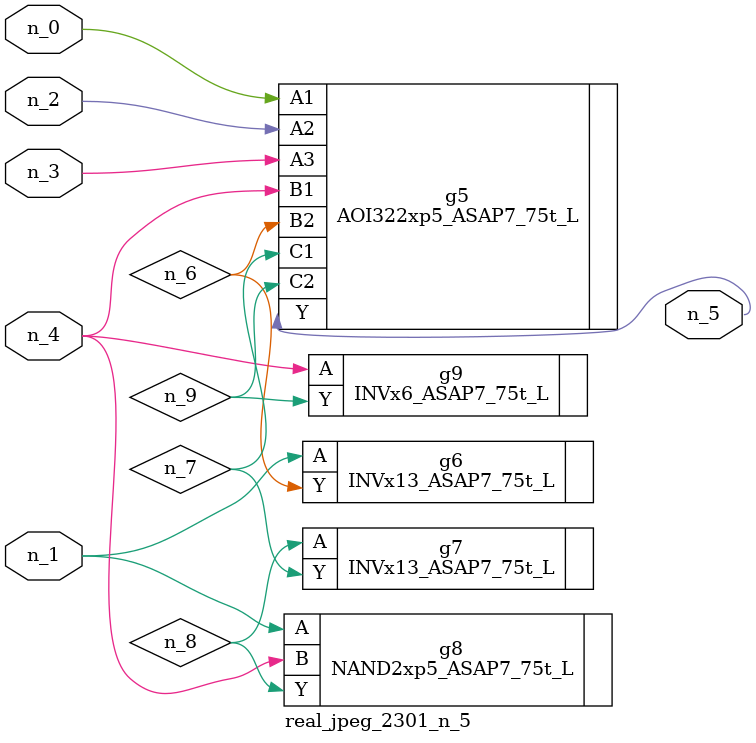
<source format=v>
module real_jpeg_2301_n_5 (n_4, n_0, n_1, n_2, n_3, n_5);

input n_4;
input n_0;
input n_1;
input n_2;
input n_3;

output n_5;

wire n_8;
wire n_6;
wire n_7;
wire n_9;

AOI322xp5_ASAP7_75t_L g5 ( 
.A1(n_0),
.A2(n_2),
.A3(n_3),
.B1(n_4),
.B2(n_6),
.C1(n_7),
.C2(n_9),
.Y(n_5)
);

INVx13_ASAP7_75t_L g6 ( 
.A(n_1),
.Y(n_6)
);

NAND2xp5_ASAP7_75t_L g8 ( 
.A(n_1),
.B(n_4),
.Y(n_8)
);

INVx6_ASAP7_75t_L g9 ( 
.A(n_4),
.Y(n_9)
);

INVx13_ASAP7_75t_L g7 ( 
.A(n_8),
.Y(n_7)
);


endmodule
</source>
